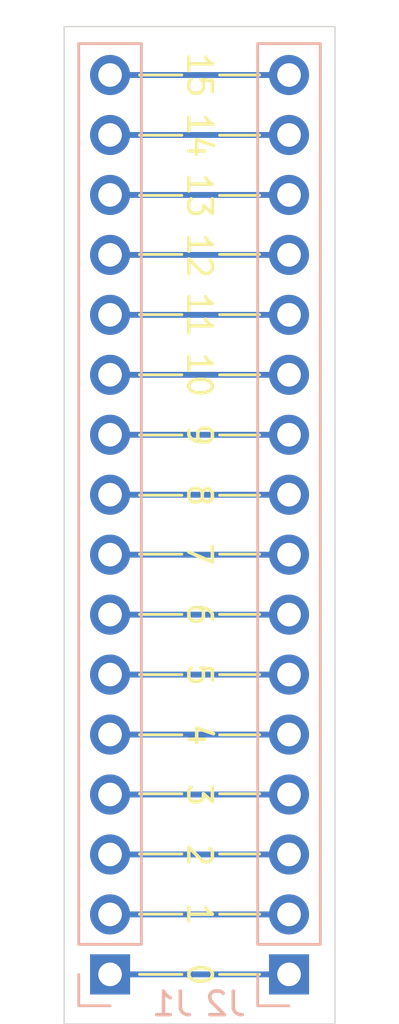
<source format=kicad_pcb>
(kicad_pcb (version 20171130) (host pcbnew "(5.1.9)-1")

  (general
    (thickness 1.6)
    (drawings 52)
    (tracks 16)
    (zones 0)
    (modules 2)
    (nets 17)
  )

  (page A4)
  (layers
    (0 F.Cu signal)
    (31 B.Cu signal)
    (32 B.Adhes user)
    (33 F.Adhes user)
    (34 B.Paste user)
    (35 F.Paste user)
    (36 B.SilkS user)
    (37 F.SilkS user)
    (38 B.Mask user)
    (39 F.Mask user)
    (40 Dwgs.User user)
    (41 Cmts.User user)
    (42 Eco1.User user)
    (43 Eco2.User user)
    (44 Edge.Cuts user)
    (45 Margin user)
    (46 B.CrtYd user)
    (47 F.CrtYd user)
    (48 B.Fab user)
    (49 F.Fab user)
  )

  (setup
    (last_trace_width 0.25)
    (trace_clearance 0.2)
    (zone_clearance 0.508)
    (zone_45_only no)
    (trace_min 0.2)
    (via_size 0.8)
    (via_drill 0.4)
    (via_min_size 0.4)
    (via_min_drill 0.3)
    (uvia_size 0.3)
    (uvia_drill 0.1)
    (uvias_allowed no)
    (uvia_min_size 0.2)
    (uvia_min_drill 0.1)
    (edge_width 0.05)
    (segment_width 0.2)
    (pcb_text_width 0.3)
    (pcb_text_size 1.5 1.5)
    (mod_edge_width 0.12)
    (mod_text_size 1 1)
    (mod_text_width 0.15)
    (pad_size 1.524 1.524)
    (pad_drill 0.762)
    (pad_to_mask_clearance 0)
    (aux_axis_origin 0 0)
    (visible_elements 7FFFFFFF)
    (pcbplotparams
      (layerselection 0x010fc_ffffffff)
      (usegerberextensions false)
      (usegerberattributes true)
      (usegerberadvancedattributes true)
      (creategerberjobfile true)
      (excludeedgelayer true)
      (linewidth 0.100000)
      (plotframeref false)
      (viasonmask false)
      (mode 1)
      (useauxorigin false)
      (hpglpennumber 1)
      (hpglpenspeed 20)
      (hpglpendiameter 15.000000)
      (psnegative false)
      (psa4output false)
      (plotreference true)
      (plotvalue true)
      (plotinvisibletext false)
      (padsonsilk false)
      (subtractmaskfromsilk false)
      (outputformat 1)
      (mirror false)
      (drillshape 0)
      (scaleselection 1)
      (outputdirectory "Gerber/"))
  )

  (net 0 "")
  (net 1 D15)
  (net 2 D14)
  (net 3 D13)
  (net 4 D12)
  (net 5 D11)
  (net 6 D10)
  (net 7 D9)
  (net 8 D8)
  (net 9 D7)
  (net 10 D6)
  (net 11 D5)
  (net 12 D4)
  (net 13 D3)
  (net 14 D2)
  (net 15 D1)
  (net 16 D0)

  (net_class Default "This is the default net class."
    (clearance 0.2)
    (trace_width 0.25)
    (via_dia 0.8)
    (via_drill 0.4)
    (uvia_dia 0.3)
    (uvia_drill 0.1)
    (add_net D0)
    (add_net D1)
    (add_net D10)
    (add_net D11)
    (add_net D12)
    (add_net D13)
    (add_net D14)
    (add_net D15)
    (add_net D2)
    (add_net D3)
    (add_net D4)
    (add_net D5)
    (add_net D6)
    (add_net D7)
    (add_net D8)
    (add_net D9)
  )

  (module Connector_PinHeader_2.54mm:PinHeader_1x16_P2.54mm_Vertical (layer B.Cu) (tedit 59FED5CC) (tstamp 601B8D50)
    (at 147.95 126.65)
    (descr "Through hole straight pin header, 1x16, 2.54mm pitch, single row")
    (tags "Through hole pin header THT 1x16 2.54mm single row")
    (path /601B7F69)
    (fp_text reference J1 (at 2.65 1.25) (layer B.SilkS)
      (effects (font (size 1 1) (thickness 0.15)) (justify mirror))
    )
    (fp_text value Conn_01x16 (at 0 -40.43) (layer B.Fab)
      (effects (font (size 1 1) (thickness 0.15)) (justify mirror))
    )
    (fp_line (start 1.8 1.8) (end -1.8 1.8) (layer B.CrtYd) (width 0.05))
    (fp_line (start 1.8 -39.9) (end 1.8 1.8) (layer B.CrtYd) (width 0.05))
    (fp_line (start -1.8 -39.9) (end 1.8 -39.9) (layer B.CrtYd) (width 0.05))
    (fp_line (start -1.8 1.8) (end -1.8 -39.9) (layer B.CrtYd) (width 0.05))
    (fp_line (start -1.33 1.33) (end 0 1.33) (layer B.SilkS) (width 0.12))
    (fp_line (start -1.33 0) (end -1.33 1.33) (layer B.SilkS) (width 0.12))
    (fp_line (start -1.33 -1.27) (end 1.33 -1.27) (layer B.SilkS) (width 0.12))
    (fp_line (start 1.33 -1.27) (end 1.33 -39.43) (layer B.SilkS) (width 0.12))
    (fp_line (start -1.33 -1.27) (end -1.33 -39.43) (layer B.SilkS) (width 0.12))
    (fp_line (start -1.33 -39.43) (end 1.33 -39.43) (layer B.SilkS) (width 0.12))
    (fp_line (start -1.27 0.635) (end -0.635 1.27) (layer B.Fab) (width 0.1))
    (fp_line (start -1.27 -39.37) (end -1.27 0.635) (layer B.Fab) (width 0.1))
    (fp_line (start 1.27 -39.37) (end -1.27 -39.37) (layer B.Fab) (width 0.1))
    (fp_line (start 1.27 1.27) (end 1.27 -39.37) (layer B.Fab) (width 0.1))
    (fp_line (start -0.635 1.27) (end 1.27 1.27) (layer B.Fab) (width 0.1))
    (fp_text user %R (at 0 -19.05 -90) (layer B.Fab)
      (effects (font (size 1 1) (thickness 0.15)) (justify mirror))
    )
    (pad 16 thru_hole oval (at 0 -38.1) (size 1.7 1.7) (drill 1) (layers *.Cu *.Mask)
      (net 1 D15))
    (pad 15 thru_hole oval (at 0 -35.56) (size 1.7 1.7) (drill 1) (layers *.Cu *.Mask)
      (net 2 D14))
    (pad 14 thru_hole oval (at 0 -33.02) (size 1.7 1.7) (drill 1) (layers *.Cu *.Mask)
      (net 3 D13))
    (pad 13 thru_hole oval (at 0 -30.48) (size 1.7 1.7) (drill 1) (layers *.Cu *.Mask)
      (net 4 D12))
    (pad 12 thru_hole oval (at 0 -27.94) (size 1.7 1.7) (drill 1) (layers *.Cu *.Mask)
      (net 5 D11))
    (pad 11 thru_hole oval (at 0 -25.4) (size 1.7 1.7) (drill 1) (layers *.Cu *.Mask)
      (net 6 D10))
    (pad 10 thru_hole oval (at 0 -22.86) (size 1.7 1.7) (drill 1) (layers *.Cu *.Mask)
      (net 7 D9))
    (pad 9 thru_hole oval (at 0 -20.32) (size 1.7 1.7) (drill 1) (layers *.Cu *.Mask)
      (net 8 D8))
    (pad 8 thru_hole oval (at 0 -17.78) (size 1.7 1.7) (drill 1) (layers *.Cu *.Mask)
      (net 9 D7))
    (pad 7 thru_hole oval (at 0 -15.24) (size 1.7 1.7) (drill 1) (layers *.Cu *.Mask)
      (net 10 D6))
    (pad 6 thru_hole oval (at 0 -12.7) (size 1.7 1.7) (drill 1) (layers *.Cu *.Mask)
      (net 11 D5))
    (pad 5 thru_hole oval (at 0 -10.16) (size 1.7 1.7) (drill 1) (layers *.Cu *.Mask)
      (net 12 D4))
    (pad 4 thru_hole oval (at 0 -7.62) (size 1.7 1.7) (drill 1) (layers *.Cu *.Mask)
      (net 13 D3))
    (pad 3 thru_hole oval (at 0 -5.08) (size 1.7 1.7) (drill 1) (layers *.Cu *.Mask)
      (net 14 D2))
    (pad 2 thru_hole oval (at 0 -2.54) (size 1.7 1.7) (drill 1) (layers *.Cu *.Mask)
      (net 15 D1))
    (pad 1 thru_hole rect (at 0 0) (size 1.7 1.7) (drill 1) (layers *.Cu *.Mask)
      (net 16 D0))
    (model ${KISYS3DMOD}/Connector_PinHeader_2.54mm.3dshapes/PinHeader_1x16_P2.54mm_Vertical.wrl
      (at (xyz 0 0 0))
      (scale (xyz 1 1 1))
      (rotate (xyz 0 0 0))
    )
  )

  (module Connector_PinHeader_2.54mm:PinHeader_1x16_P2.54mm_Vertical (layer B.Cu) (tedit 59FED5CC) (tstamp 601B8F38)
    (at 155.55 126.65)
    (descr "Through hole straight pin header, 1x16, 2.54mm pitch, single row")
    (tags "Through hole pin header THT 1x16 2.54mm single row")
    (path /601B6F3B)
    (fp_text reference J2 (at -2.7 1.25) (layer B.SilkS)
      (effects (font (size 1 1) (thickness 0.15)) (justify mirror))
    )
    (fp_text value Conn_01x16 (at 0 -40.43) (layer B.Fab)
      (effects (font (size 1 1) (thickness 0.15)) (justify mirror))
    )
    (fp_line (start -0.635 1.27) (end 1.27 1.27) (layer B.Fab) (width 0.1))
    (fp_line (start 1.27 1.27) (end 1.27 -39.37) (layer B.Fab) (width 0.1))
    (fp_line (start 1.27 -39.37) (end -1.27 -39.37) (layer B.Fab) (width 0.1))
    (fp_line (start -1.27 -39.37) (end -1.27 0.635) (layer B.Fab) (width 0.1))
    (fp_line (start -1.27 0.635) (end -0.635 1.27) (layer B.Fab) (width 0.1))
    (fp_line (start -1.33 -39.43) (end 1.33 -39.43) (layer B.SilkS) (width 0.12))
    (fp_line (start -1.33 -1.27) (end -1.33 -39.43) (layer B.SilkS) (width 0.12))
    (fp_line (start 1.33 -1.27) (end 1.33 -39.43) (layer B.SilkS) (width 0.12))
    (fp_line (start -1.33 -1.27) (end 1.33 -1.27) (layer B.SilkS) (width 0.12))
    (fp_line (start -1.33 0) (end -1.33 1.33) (layer B.SilkS) (width 0.12))
    (fp_line (start -1.33 1.33) (end 0 1.33) (layer B.SilkS) (width 0.12))
    (fp_line (start -1.8 1.8) (end -1.8 -39.9) (layer B.CrtYd) (width 0.05))
    (fp_line (start -1.8 -39.9) (end 1.8 -39.9) (layer B.CrtYd) (width 0.05))
    (fp_line (start 1.8 -39.9) (end 1.8 1.8) (layer B.CrtYd) (width 0.05))
    (fp_line (start 1.8 1.8) (end -1.8 1.8) (layer B.CrtYd) (width 0.05))
    (fp_text user %R (at 0 -19.05 -90) (layer B.Fab)
      (effects (font (size 1 1) (thickness 0.15)) (justify mirror))
    )
    (pad 1 thru_hole rect (at 0 0) (size 1.7 1.7) (drill 1) (layers *.Cu *.Mask)
      (net 16 D0))
    (pad 2 thru_hole oval (at 0 -2.54) (size 1.7 1.7) (drill 1) (layers *.Cu *.Mask)
      (net 15 D1))
    (pad 3 thru_hole oval (at 0 -5.08) (size 1.7 1.7) (drill 1) (layers *.Cu *.Mask)
      (net 14 D2))
    (pad 4 thru_hole oval (at 0 -7.62) (size 1.7 1.7) (drill 1) (layers *.Cu *.Mask)
      (net 13 D3))
    (pad 5 thru_hole oval (at 0 -10.16) (size 1.7 1.7) (drill 1) (layers *.Cu *.Mask)
      (net 12 D4))
    (pad 6 thru_hole oval (at 0 -12.7) (size 1.7 1.7) (drill 1) (layers *.Cu *.Mask)
      (net 11 D5))
    (pad 7 thru_hole oval (at 0 -15.24) (size 1.7 1.7) (drill 1) (layers *.Cu *.Mask)
      (net 10 D6))
    (pad 8 thru_hole oval (at 0 -17.78) (size 1.7 1.7) (drill 1) (layers *.Cu *.Mask)
      (net 9 D7))
    (pad 9 thru_hole oval (at 0 -20.32) (size 1.7 1.7) (drill 1) (layers *.Cu *.Mask)
      (net 8 D8))
    (pad 10 thru_hole oval (at 0 -22.86) (size 1.7 1.7) (drill 1) (layers *.Cu *.Mask)
      (net 7 D9))
    (pad 11 thru_hole oval (at 0 -25.4) (size 1.7 1.7) (drill 1) (layers *.Cu *.Mask)
      (net 6 D10))
    (pad 12 thru_hole oval (at 0 -27.94) (size 1.7 1.7) (drill 1) (layers *.Cu *.Mask)
      (net 5 D11))
    (pad 13 thru_hole oval (at 0 -30.48) (size 1.7 1.7) (drill 1) (layers *.Cu *.Mask)
      (net 4 D12))
    (pad 14 thru_hole oval (at 0 -33.02) (size 1.7 1.7) (drill 1) (layers *.Cu *.Mask)
      (net 3 D13))
    (pad 15 thru_hole oval (at 0 -35.56) (size 1.7 1.7) (drill 1) (layers *.Cu *.Mask)
      (net 2 D14))
    (pad 16 thru_hole oval (at 0 -38.1) (size 1.7 1.7) (drill 1) (layers *.Cu *.Mask)
      (net 1 D15))
    (model ${KISYS3DMOD}/Connector_PinHeader_2.54mm.3dshapes/PinHeader_1x16_P2.54mm_Vertical.wrl
      (at (xyz 0 0 0))
      (scale (xyz 1 1 1))
      (rotate (xyz 0 0 0))
    )
  )

  (gr_line (start 157.5 128.75) (end 146 128.75) (layer Edge.Cuts) (width 0.05) (tstamp 601B9229))
  (gr_line (start 157.5 86.5) (end 157.5 128.75) (layer Edge.Cuts) (width 0.05))
  (gr_line (start 146 86.5) (end 157.5 86.5) (layer Edge.Cuts) (width 0.05))
  (gr_line (start 146 128.75) (end 146 86.5) (layer Edge.Cuts) (width 0.05))
  (gr_line (start 152.6 88.55) (end 154.3 88.55) (layer F.SilkS) (width 0.12) (tstamp 601B90AF))
  (gr_line (start 149.2 88.55) (end 151 88.55) (layer F.SilkS) (width 0.12) (tstamp 601B90AE))
  (gr_line (start 152.6 91.1) (end 154.3 91.1) (layer F.SilkS) (width 0.12) (tstamp 601B90AF))
  (gr_line (start 149.2 91.1) (end 151 91.1) (layer F.SilkS) (width 0.12) (tstamp 601B90AE))
  (gr_line (start 152.6 93.65) (end 154.3 93.65) (layer F.SilkS) (width 0.12) (tstamp 601B90AF))
  (gr_line (start 149.2 93.65) (end 151 93.65) (layer F.SilkS) (width 0.12) (tstamp 601B90AE))
  (gr_line (start 152.6 96.15) (end 154.3 96.15) (layer F.SilkS) (width 0.12) (tstamp 601B90AF))
  (gr_line (start 149.2 96.15) (end 151 96.15) (layer F.SilkS) (width 0.12) (tstamp 601B90AE))
  (gr_line (start 152.6 98.7) (end 154.3 98.7) (layer F.SilkS) (width 0.12) (tstamp 601B90AF))
  (gr_line (start 149.2 98.7) (end 151 98.7) (layer F.SilkS) (width 0.12) (tstamp 601B90AE))
  (gr_line (start 152.6 101.25) (end 154.3 101.25) (layer F.SilkS) (width 0.12) (tstamp 601B90AF))
  (gr_line (start 149.2 101.25) (end 151 101.25) (layer F.SilkS) (width 0.12) (tstamp 601B90AE))
  (gr_line (start 152.6 103.8) (end 154.3 103.8) (layer F.SilkS) (width 0.12) (tstamp 601B90AF))
  (gr_line (start 149.2 103.8) (end 151 103.8) (layer F.SilkS) (width 0.12) (tstamp 601B90AE))
  (gr_line (start 152.6 106.35) (end 154.3 106.35) (layer F.SilkS) (width 0.12) (tstamp 601B90AF))
  (gr_line (start 149.2 106.35) (end 151 106.35) (layer F.SilkS) (width 0.12) (tstamp 601B90AE))
  (gr_line (start 152.6 108.85) (end 154.3 108.85) (layer F.SilkS) (width 0.12) (tstamp 601B90AF))
  (gr_line (start 149.2 108.85) (end 151 108.85) (layer F.SilkS) (width 0.12) (tstamp 601B90AE))
  (gr_line (start 152.6 111.4) (end 154.3 111.4) (layer F.SilkS) (width 0.12) (tstamp 601B90AF))
  (gr_line (start 149.2 111.4) (end 151 111.4) (layer F.SilkS) (width 0.12) (tstamp 601B90AE))
  (gr_line (start 152.6 113.95) (end 154.3 113.95) (layer F.SilkS) (width 0.12) (tstamp 601B90AF))
  (gr_line (start 149.2 113.95) (end 151 113.95) (layer F.SilkS) (width 0.12) (tstamp 601B90AE))
  (gr_line (start 152.6 116.5) (end 154.3 116.5) (layer F.SilkS) (width 0.12) (tstamp 601B90AF))
  (gr_line (start 149.2 116.5) (end 151 116.5) (layer F.SilkS) (width 0.12) (tstamp 601B90AE))
  (gr_line (start 152.6 119) (end 154.3 119) (layer F.SilkS) (width 0.12) (tstamp 601B90AF))
  (gr_line (start 149.2 119) (end 151 119) (layer F.SilkS) (width 0.12) (tstamp 601B90AE))
  (gr_line (start 152.6 121.55) (end 154.3 121.55) (layer F.SilkS) (width 0.12) (tstamp 601B90AF))
  (gr_line (start 149.2 121.55) (end 151 121.55) (layer F.SilkS) (width 0.12) (tstamp 601B90AE))
  (gr_line (start 152.6 124.1) (end 154.3 124.1) (layer F.SilkS) (width 0.12) (tstamp 601B90AF))
  (gr_line (start 149.2 124.1) (end 151 124.1) (layer F.SilkS) (width 0.12) (tstamp 601B90AE))
  (gr_line (start 149.2 126.65) (end 151 126.65) (layer F.SilkS) (width 0.12))
  (gr_line (start 152.6 126.65) (end 154.3 126.65) (layer F.SilkS) (width 0.12))
  (gr_text 15 (at 151.75 88.55 270) (layer F.SilkS)
    (effects (font (size 1 1) (thickness 0.15)))
  )
  (gr_text 14 (at 151.75 91.1 270) (layer F.SilkS)
    (effects (font (size 1 1) (thickness 0.15)))
  )
  (gr_text 13 (at 151.75 93.65 270) (layer F.SilkS)
    (effects (font (size 1 1) (thickness 0.15)))
  )
  (gr_text 12 (at 151.75 96.2 270) (layer F.SilkS)
    (effects (font (size 1 1) (thickness 0.15)))
  )
  (gr_text 11 (at 151.75 98.7 270) (layer F.SilkS)
    (effects (font (size 1 1) (thickness 0.15)))
  )
  (gr_text 10 (at 151.75 101.25 270) (layer F.SilkS)
    (effects (font (size 1 1) (thickness 0.15)))
  )
  (gr_text 9 (at 151.75 103.8 270) (layer F.SilkS)
    (effects (font (size 1 1) (thickness 0.15)))
  )
  (gr_text 8 (at 151.75 106.35 270) (layer F.SilkS)
    (effects (font (size 1 1) (thickness 0.15)))
  )
  (gr_text 7 (at 151.75 108.85 270) (layer F.SilkS)
    (effects (font (size 1 1) (thickness 0.15)))
  )
  (gr_text 6 (at 151.75 111.4 270) (layer F.SilkS)
    (effects (font (size 1 1) (thickness 0.15)))
  )
  (gr_text 5 (at 151.75 113.95 270) (layer F.SilkS)
    (effects (font (size 1 1) (thickness 0.15)))
  )
  (gr_text 4 (at 151.75 116.5 270) (layer F.SilkS)
    (effects (font (size 1 1) (thickness 0.15)))
  )
  (gr_text 3 (at 151.75 119.05 270) (layer F.SilkS)
    (effects (font (size 1 1) (thickness 0.15)))
  )
  (gr_text 2 (at 151.75 121.6 270) (layer F.SilkS)
    (effects (font (size 1 1) (thickness 0.15)))
  )
  (gr_text 1 (at 151.75 124.1 270) (layer F.SilkS)
    (effects (font (size 1 1) (thickness 0.15)))
  )
  (gr_text 0 (at 151.75 126.65 270) (layer F.SilkS)
    (effects (font (size 1 1) (thickness 0.15)))
  )

  (segment (start 155.55 88.55) (end 147.95 88.55) (width 0.25) (layer B.Cu) (net 1))
  (segment (start 155.55 91.09) (end 147.95 91.09) (width 0.25) (layer B.Cu) (net 2))
  (segment (start 155.55 93.63) (end 147.95 93.63) (width 0.25) (layer B.Cu) (net 3))
  (segment (start 155.55 96.17) (end 147.95 96.17) (width 0.25) (layer B.Cu) (net 4))
  (segment (start 155.55 98.71) (end 147.95 98.71) (width 0.25) (layer B.Cu) (net 5))
  (segment (start 147.95 101.25) (end 155.55 101.25) (width 0.25) (layer B.Cu) (net 6))
  (segment (start 155.55 103.79) (end 147.95 103.79) (width 0.25) (layer B.Cu) (net 7))
  (segment (start 155.55 106.33) (end 147.95 106.33) (width 0.25) (layer B.Cu) (net 8))
  (segment (start 147.95 108.87) (end 155.55 108.87) (width 0.25) (layer B.Cu) (net 9))
  (segment (start 155.55 111.41) (end 147.95 111.41) (width 0.25) (layer B.Cu) (net 10))
  (segment (start 147.95 113.95) (end 155.55 113.95) (width 0.25) (layer B.Cu) (net 11))
  (segment (start 147.95 116.49) (end 155.55 116.49) (width 0.25) (layer B.Cu) (net 12))
  (segment (start 155.55 119.03) (end 147.95 119.03) (width 0.25) (layer B.Cu) (net 13))
  (segment (start 147.95 121.57) (end 155.55 121.57) (width 0.25) (layer B.Cu) (net 14))
  (segment (start 147.95 124.11) (end 155.55 124.11) (width 0.25) (layer B.Cu) (net 15))
  (segment (start 147.95 126.65) (end 155.55 126.65) (width 0.25) (layer B.Cu) (net 16))

)

</source>
